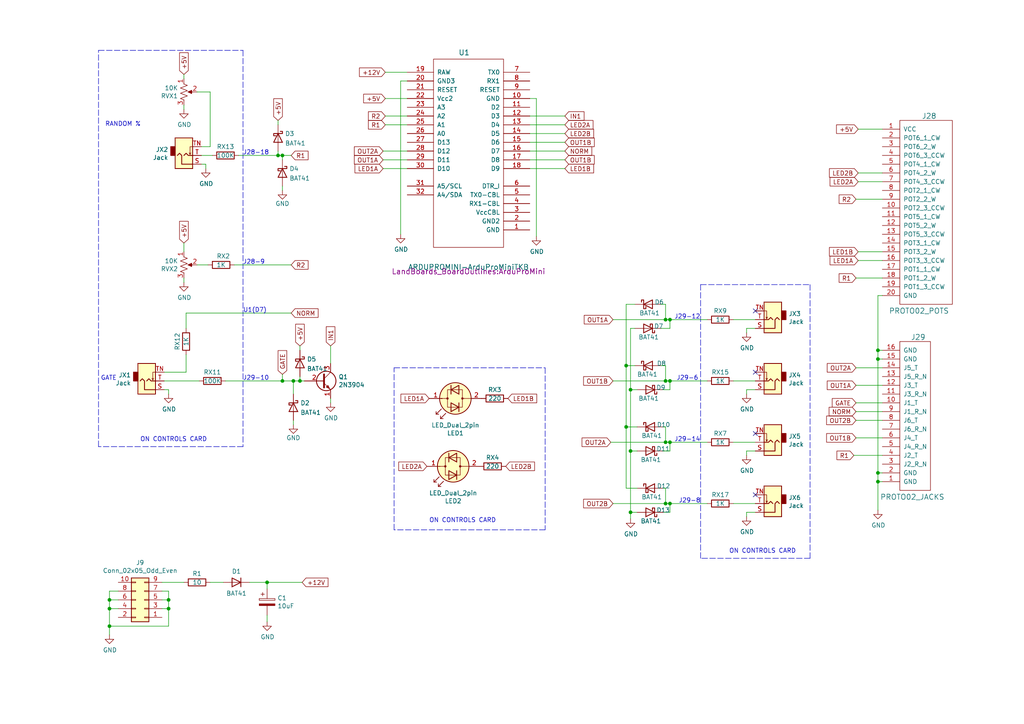
<source format=kicad_sch>
(kicad_sch (version 20211123) (generator eeschema)
  (paper "A4")
  (title_block (title "TWIGS") (date "2022-12-26") (rev "1"))
  (lib_symbols
    (symbol "Connector:AudioJack2_SwitchT"
      (property "Reference" "J" (at 0 8.89 0))
      (property "Value" "AudioJack2_SwitchT" (at 0 6.35 0))
      (symbol "AudioJack2_SwitchT_0_1"
        (rectangle (start -2.54 0) (end -3.81 -2.54) (stroke (width 0.254)) (fill (type outline)))
        (polyline (pts (xy 1.778 -0.254) (xy 2.032 -0.762)))
        (polyline (pts (xy 0 0) (xy 0.635 -0.635) (xy 1.27 0) (xy 2.54 0)) (stroke (width 0.254)))
        (polyline (pts (xy 2.54 -2.54) (xy 1.778 -2.54) (xy 1.778 -0.254) (xy 1.524 -0.762)))
        (polyline (pts (xy 2.54 2.54) (xy -0.635 2.54) (xy -0.635 0) (xy -1.27 -0.635) (xy -1.905 0)) (stroke (width 0.254)))
        (rectangle (start 2.54 3.81) (end -2.54 -5.08) (stroke (width 0.254)) (fill (type background)))
      )
      (symbol "AudioJack2_SwitchT_1_1"
        (pin passive line (at 5.08 2.54 180) (length 2.54) (name "~") (number "S"))
        (pin passive line (at 5.08 0 180) (length 2.54) (name "~") (number "T"))
        (pin passive line (at 5.08 -2.54 180) (length 2.54) (name "~") (number "TN"))
      )
    )
    (symbol "Connector_Generic:Conn_02x05_Odd_Even" (pin_names (offset 1.016) hide)
      (property "Reference" "J" (at 1.27 7.62 0))
      (property "Value" "Conn_02x05_Odd_Even" (at 1.27 -7.62 0))
      (symbol "Conn_02x05_Odd_Even_1_1"
        (rectangle (start -1.27 -4.953) (end 0 -5.207) (stroke (width 0.1524)))
        (rectangle (start -1.27 -2.413) (end 0 -2.667) (stroke (width 0.1524)))
        (rectangle (start -1.27 0.127) (end 0 -0.127) (stroke (width 0.1524)))
        (rectangle (start -1.27 2.667) (end 0 2.413) (stroke (width 0.1524)))
        (rectangle (start -1.27 5.207) (end 0 4.953) (stroke (width 0.1524)))
        (rectangle (start -1.27 6.35) (end 3.81 -6.35) (stroke (width 0.254)) (fill (type background)))
        (rectangle (start 3.81 -4.953) (end 2.54 -5.207) (stroke (width 0.1524)))
        (rectangle (start 3.81 -2.413) (end 2.54 -2.667) (stroke (width 0.1524)))
        (rectangle (start 3.81 0.127) (end 2.54 -0.127) (stroke (width 0.1524)))
        (rectangle (start 3.81 2.667) (end 2.54 2.413) (stroke (width 0.1524)))
        (rectangle (start 3.81 5.207) (end 2.54 4.953) (stroke (width 0.1524)))
        (pin passive line (at -5.08 5.08 0) (length 3.81) (name "Pin_1") (number "1"))
        (pin passive line (at 7.62 -5.08 180) (length 3.81) (name "Pin_10") (number "10"))
        (pin passive line (at 7.62 5.08 180) (length 3.81) (name "Pin_2") (number "2"))
        (pin passive line (at -5.08 2.54 0) (length 3.81) (name "Pin_3") (number "3"))
        (pin passive line (at 7.62 2.54 180) (length 3.81) (name "Pin_4") (number "4"))
        (pin passive line (at -5.08 0 0) (length 3.81) (name "Pin_5") (number "5"))
        (pin passive line (at 7.62 0 180) (length 3.81) (name "Pin_6") (number "6"))
        (pin passive line (at -5.08 -2.54 0) (length 3.81) (name "Pin_7") (number "7"))
        (pin passive line (at 7.62 -2.54 180) (length 3.81) (name "Pin_8") (number "8"))
        (pin passive line (at -5.08 -5.08 0) (length 3.81) (name "Pin_9") (number "9"))
      )
    )
    (symbol "Device:CP" (pin_numbers hide) (pin_names (offset 0.254))
      (property "Reference" "C" (at 0.635 2.54 0))
      (property "Value" "Device_CP" (at 0.635 -2.54 0))
      (symbol "CP_0_1"
        (rectangle (start -2.286 0.508) (end 2.286 1.016))
        (polyline (pts (xy -1.778 2.286) (xy -0.762 2.286)))
        (polyline (pts (xy -1.27 2.794) (xy -1.27 1.778)))
        (rectangle (start 2.286 -0.508) (end -2.286 -1.016) (fill (type outline)))
      )
      (symbol "CP_1_1"
        (pin passive line (at 0 3.81 270) (length 2.794) (name "~") (number "1"))
        (pin passive line (at 0 -3.81 90) (length 2.794) (name "~") (number "2"))
      )
    )
    (symbol "Device:D" (pin_numbers hide) (pin_names (offset 1.016) hide)
      (property "Reference" "D" (at 0 2.54 0))
      (property "Value" "D" (at 0 -2.54 0))
      (symbol "D_0_1"
        (polyline (pts (xy -1.27 1.27) (xy -1.27 -1.27)) (stroke (width 0.254)))
        (polyline (pts (xy 1.27 0) (xy -1.27 0)))
        (polyline (pts (xy 1.27 1.27) (xy 1.27 -1.27) (xy -1.27 0) (xy 1.27 1.27)) (stroke (width 0.254)))
      )
      (symbol "D_1_1"
        (pin passive line (at -3.81 0 0) (length 2.54) (name "K") (number "1"))
        (pin passive line (at 3.81 0 180) (length 2.54) (name "A") (number "2"))
      )
    )
    (symbol "Device:D_Schottky" (pin_numbers hide) (pin_names (offset 1.016) hide)
      (property "Reference" "D" (at 0 2.54 0))
      (property "Value" "D_Schottky" (at 0 -2.54 0))
      (symbol "D_Schottky_0_1"
        (polyline (pts (xy 1.27 0) (xy -1.27 0)))
        (polyline (pts (xy 1.27 1.27) (xy 1.27 -1.27) (xy -1.27 0) (xy 1.27 1.27)) (stroke (width 0.254)))
        (polyline (pts (xy -1.905 0.635) (xy -1.905 1.27) (xy -1.27 1.27) (xy -1.27 -1.27) (xy -0.635 -1.27) (xy -0.635 -0.635)) (stroke (width 0.254)))
      )
      (symbol "D_Schottky_1_1"
        (pin passive line (at -3.81 0 0) (length 2.54) (name "K") (number "1"))
        (pin passive line (at 3.81 0 180) (length 2.54) (name "A") (number "2"))
      )
    )
    (symbol "Device:LED_Dual_2pin" (pin_names (offset 0) hide)
      (property "Reference" "D" (at 0 5.715 0))
      (property "Value" "Device_LED_Dual_2pin" (at 0 -6.35 0))
      (symbol "LED_Dual_2pin_0_1"
        (circle (center -2.032 0) (radius 0.254) (fill (type outline)))
        (polyline (pts (xy -4.572 0) (xy -2.54 0)))
        (polyline (pts (xy -2.032 0) (xy -2.54 0)))
        (polyline (pts (xy -1.016 3.81) (xy -1.016 1.27)) (stroke (width 0.254)))
        (polyline (pts (xy 1.27 -1.27) (xy 1.27 -3.81)) (stroke (width 0.254)))
        (polyline (pts (xy 4.064 0) (xy 2.286 0)) (fill (type outline)))
        (polyline (pts (xy 4.318 5.842) (xy 4.318 5.08)) (stroke (width 0.2032)))
        (polyline (pts (xy 5.588 4.572) (xy 5.588 3.81)) (stroke (width 0.2032)))
        (polyline (pts (xy 2.794 4.318) (xy 4.318 5.842) (xy 3.556 5.842)) (stroke (width 0.2032)))
        (polyline (pts (xy 4.064 3.048) (xy 5.588 4.572) (xy 4.826 4.572)) (stroke (width 0.2032)))
        (polyline (pts (xy -1.016 -1.27) (xy -1.016 -3.81) (xy 1.27 -2.54) (xy -1.016 -1.27)) (stroke (width 0.254)))
        (polyline (pts (xy 1.27 3.81) (xy 1.27 1.27) (xy -1.016 2.54) (xy 1.27 3.81)) (stroke (width 0.254)))
        (polyline (pts (xy 2.286 2.54) (xy -2.032 2.54) (xy -2.032 -2.54) (xy 2.286 -2.54) (xy 2.286 2.54)))
        (circle (center 0 0) (radius 4.572) (stroke (width 0.254)) (fill (type background)))
        (circle (center 2.286 0) (radius 0.254) (fill (type outline)))
      )
      (symbol "LED_Dual_2pin_1_1"
        (pin input line (at 7.62 0 180) (length 3.81) (name "KA") (number "1"))
        (pin input line (at -7.62 0 0) (length 3.048) (name "AK") (number "2"))
      )
    )
    (symbol "Device:R" (pin_numbers hide) (pin_names (offset 0))
      (property "Reference" "R" (at 2.032 0 90))
      (property "Value" "R" (at 0 0 90))
      (symbol "R_0_1"
        (rectangle (start -1.016 -2.54) (end 1.016 2.54) (stroke (width 0.254)))
      )
      (symbol "R_1_1"
        (pin passive line (at 0 3.81 270) (length 1.27) (name "~") (number "1"))
        (pin passive line (at 0 -3.81 90) (length 1.27) (name "~") (number "2"))
      )
    )
    (symbol "Device:R_POT_US" (pin_names (offset 1.016) hide)
      (property "Reference" "RV" (at -4.445 0 90))
      (property "Value" "Device_R_POT_US" (at -2.54 0 90))
      (symbol "R_POT_US_0_1"
        (polyline (pts (xy 0 -2.286) (xy 0 -2.54)))
        (polyline (pts (xy 0 2.54) (xy 0 2.286)))
        (polyline (pts (xy 2.54 0) (xy 1.524 0)))
        (polyline (pts (xy 1.143 0) (xy 2.286 0.508) (xy 2.286 -0.508) (xy 1.143 0)) (fill (type outline)))
        (polyline (pts (xy 0 -0.762) (xy 1.016 -1.143) (xy 0 -1.524) (xy -1.016 -1.905) (xy 0 -2.286)))
        (polyline (pts (xy 0 0.762) (xy 1.016 0.381) (xy 0 0) (xy -1.016 -0.381) (xy 0 -0.762)))
        (polyline (pts (xy 0 2.286) (xy 1.016 1.905) (xy 0 1.524) (xy -1.016 1.143) (xy 0 0.762)))
      )
      (symbol "R_POT_US_1_1"
        (pin passive line (at 0 3.81 270) (length 1.27) (name "1") (number "1"))
        (pin passive line (at 3.81 0 180) (length 1.27) (name "2") (number "2"))
        (pin passive line (at 0 -3.81 90) (length 1.27) (name "3") (number "3"))
      )
    )
    (symbol "LandBoards_Cards:ARDUPROMINI-ArduProMiniTKB" (pin_names (offset 1.016))
      (property "Reference" "U3" (at 7.62 20.32 0))
      (property "Value" "ARDUPROMINI-ArduProMiniTKB" (at 0 -36.83 0))
      (property "Footprint" "LandBoards_BoardOutlines:ArduProMini" (at 0 -40.64 0))
      (symbol "ARDUPROMINI-ArduProMiniTKB_0_1"
        (polyline (pts (xy -10.16 -35.56) (xy -10.16 19.05) (xy 10.16 19.05) (xy 10.16 -35.56) (xy 0 -35.56) (xy -10.16 -35.56)))
      )
      (symbol "ARDUPROMINI-ArduProMiniTKB_1_1"
        (pin unspecified line (at -17.78 -30.48 0) (length 7.62) (name "GND") (number "1"))
        (pin unspecified line (at -17.78 7.62 0) (length 7.62) (name "GND") (number "10"))
        (pin bidirectional line (at -17.78 5.08 0) (length 7.62) (name "D2") (number "11"))
        (pin bidirectional line (at -17.78 2.54 0) (length 7.62) (name "D3") (number "12"))
        (pin bidirectional line (at -17.78 0 0) (length 7.62) (name "D4") (number "13"))
        (pin bidirectional line (at -17.78 -2.54 0) (length 7.62) (name "D5") (number "14"))
        (pin bidirectional line (at -17.78 -5.08 0) (length 7.62) (name "D6") (number "15"))
        (pin bidirectional line (at -17.78 -7.62 0) (length 7.62) (name "D7") (number "16"))
        (pin bidirectional line (at -17.78 -10.16 0) (length 7.62) (name "D8") (number "17"))
        (pin bidirectional line (at -17.78 -12.7 0) (length 7.62) (name "D9") (number "18"))
        (pin unspecified line (at 17.78 15.24 180) (length 7.62) (name "RAW") (number "19"))
        (pin unspecified line (at -17.78 -27.94 0) (length 7.62) (name "GND2") (number "2"))
        (pin unspecified line (at 17.78 12.7 180) (length 7.62) (name "GND3") (number "20"))
        (pin input line (at 17.78 10.16 180) (length 7.62) (name "RESET") (number "21"))
        (pin unspecified line (at 17.78 7.62 180) (length 7.62) (name "Vcc2") (number "22"))
        (pin bidirectional line (at 17.78 5.08 180) (length 7.62) (name "A3") (number "23"))
        (pin bidirectional line (at 17.78 2.54 180) (length 7.62) (name "A2") (number "24"))
        (pin bidirectional line (at 17.78 0 180) (length 7.62) (name "A1") (number "25"))
        (pin bidirectional line (at 17.78 -2.54 180) (length 7.62) (name "A0") (number "26"))
        (pin bidirectional line (at 17.78 -5.08 180) (length 7.62) (name "D13") (number "27"))
        (pin input line (at 17.78 -7.62 180) (length 7.62) (name "D12") (number "28"))
        (pin bidirectional line (at 17.78 -10.16 180) (length 7.62) (name "D11") (number "29"))
        (pin power_in line (at -17.78 -25.4 0) (length 7.62) (name "VccCBL") (number "3"))
        (pin bidirectional line (at 17.78 -12.7 180) (length 7.62) (name "D10") (number "30"))
        (pin bidirectional line (at 17.78 -17.78 180) (length 7.62) (name "A5/SCL") (number "31"))
        (pin bidirectional line (at 17.78 -20.32 180) (length 7.62) (name "A4/SDA") (number "32"))
        (pin unspecified line (at -17.78 -22.86 0) (length 7.62) (name "RX1-CBL") (number "4"))
        (pin unspecified line (at -17.78 -20.32 0) (length 7.62) (name "TX0-CBL") (number "5"))
        (pin unspecified line (at -17.78 -17.78 0) (length 7.62) (name "DTR_I") (number "6"))
        (pin bidirectional line (at -17.78 15.24 0) (length 7.62) (name "TX0") (number "7"))
        (pin bidirectional line (at -17.78 12.7 0) (length 7.62) (name "RX1") (number "8"))
        (pin input line (at -17.78 10.16 0) (length 7.62) (name "RESET") (number "9"))
      )
    )
    (symbol "LandBoards_Conns:PROTO02_JACKS" (pin_names (offset 1.016))
      (property "Reference" "J" (at 0 22.86 0))
      (property "Value" "PROTO02_JACKS" (at 0 -22.86 0))
      (symbol "PROTO02_JACKS_0_1"
        (rectangle (start -5.08 21.59) (end 3.81 -21.59))
      )
      (symbol "PROTO02_JACKS_1_1"
        (pin power_in line (at 8.89 -19.05 180) (length 5.08) (name "GND") (number "1"))
        (pin passive line (at 8.89 3.81 180) (length 5.08) (name "J1_T") (number "10"))
        (pin passive line (at 8.89 6.35 180) (length 5.08) (name "J3_R_N") (number "11"))
        (pin passive line (at 8.89 8.89 180) (length 5.08) (name "J3_T") (number "12"))
        (pin passive line (at 8.89 11.43 180) (length 5.08) (name "J5_R_N") (number "13"))
        (pin passive line (at 8.89 13.97 180) (length 5.08) (name "J5_T") (number "14"))
        (pin power_in line (at 8.89 16.51 180) (length 5.08) (name "GND") (number "15"))
        (pin power_in line (at 8.89 19.05 180) (length 5.08) (name "GND") (number "16"))
        (pin power_in line (at 8.89 -16.51 180) (length 5.08) (name "GND") (number "2"))
        (pin passive line (at 8.89 -13.97 180) (length 5.08) (name "J2_R_N") (number "3"))
        (pin passive line (at 8.89 -11.43 180) (length 5.08) (name "J2_T") (number "4"))
        (pin passive line (at 8.89 -8.89 180) (length 5.08) (name "J4_R_N") (number "5"))
        (pin passive line (at 8.89 -6.35 180) (length 5.08) (name "J4_T") (number "6"))
        (pin passive line (at 8.89 -3.81 180) (length 5.08) (name "J6_R_N") (number "7"))
        (pin passive line (at 8.89 -1.27 180) (length 5.08) (name "J6_T") (number "8"))
        (pin passive line (at 8.89 1.27 180) (length 5.08) (name "J1_R_N") (number "9"))
      )
    )
    (symbol "LandBoards_Conns:PROTO02_POTS" (pin_names (offset 1.016))
      (property "Reference" "J" (at -1.27 27.94 0))
      (property "Value" "PROTO02_POTS" (at 0 -27.94 0))
      (symbol "PROTO02_POTS_0_1"
        (rectangle (start -8.89 26.67) (end 6.35 -26.67))
      )
      (symbol "PROTO02_POTS_1_1"
        (pin power_in line (at 11.43 24.13 180) (length 5.08) (name "VCC") (number "1"))
        (pin passive line (at 11.43 1.27 180) (length 5.08) (name "POT2_3_CCW") (number "10"))
        (pin passive line (at 11.43 -1.27 180) (length 5.08) (name "POT5_1_CW") (number "11"))
        (pin passive line (at 11.43 -3.81 180) (length 5.08) (name "POT5_2_W") (number "12"))
        (pin passive line (at 11.43 -6.35 180) (length 5.08) (name "POT5_3_CCW") (number "13"))
        (pin passive line (at 11.43 -8.89 180) (length 5.08) (name "POT3_1_CW") (number "14"))
        (pin passive line (at 11.43 -11.43 180) (length 5.08) (name "POT3_2_W") (number "15"))
        (pin passive line (at 11.43 -13.97 180) (length 5.08) (name "POT3_3_CCW") (number "16"))
        (pin passive line (at 11.43 -16.51 180) (length 5.08) (name "POT1_1_CW") (number "17"))
        (pin passive line (at 11.43 -19.05 180) (length 5.08) (name "POT1_2_W") (number "18"))
        (pin passive line (at 11.43 -21.59 180) (length 5.08) (name "POT1_3_CCW") (number "19"))
        (pin passive line (at 11.43 21.59 180) (length 5.08) (name "POT6_1_CW") (number "2"))
        (pin power_in line (at 11.43 -24.13 180) (length 5.08) (name "GND") (number "20"))
        (pin passive line (at 11.43 19.05 180) (length 5.08) (name "POT6_2_W") (number "3"))
        (pin passive line (at 11.43 16.51 180) (length 5.08) (name "POT6_3_CCW") (number "4"))
        (pin passive line (at 11.43 13.97 180) (length 5.08) (name "POT4_1_CW") (number "5"))
        (pin passive line (at 11.43 11.43 180) (length 5.08) (name "POT4_2_W") (number "6"))
        (pin passive line (at 11.43 8.89 180) (length 5.08) (name "POT4_3_CCW") (number "7"))
        (pin passive line (at 11.43 6.35 180) (length 5.08) (name "POT2_1_CW") (number "8"))
        (pin passive line (at 11.43 3.81 180) (length 5.08) (name "POT2_2_W") (number "9"))
      )
    )
    (symbol "Transistor_BJT:2N3904" (pin_names (offset 0) hide)
      (property "Reference" "Q" (at 5.08 1.905 0))
      (property "Value" "2N3904" (at 5.08 0 0))
      (symbol "2N3904_0_1"
        (polyline (pts (xy 0.635 0.635) (xy 2.54 2.54)))
        (polyline (pts (xy 0.635 -0.635) (xy 2.54 -2.54) (xy 2.54 -2.54)))
        (polyline (pts (xy 0.635 1.905) (xy 0.635 -1.905) (xy 0.635 -1.905)) (stroke (width 0.508)))
        (polyline (pts (xy 1.27 -1.778) (xy 1.778 -1.27) (xy 2.286 -2.286) (xy 1.27 -1.778) (xy 1.27 -1.778)) (fill (type outline)))
        (circle (center 1.27 0) (radius 2.8194) (stroke (width 0.254)))
      )
      (symbol "2N3904_1_1"
        (pin passive line (at 2.54 -5.08 90) (length 2.54) (name "E") (number "1"))
        (pin passive line (at -5.08 0 0) (length 5.715) (name "B") (number "2"))
        (pin passive line (at 2.54 5.08 270) (length 2.54) (name "C") (number "3"))
      )
    )
    (symbol "power:GND" (power) (pin_names (offset 0))
      (property "Value" "GND" (at 0 -3.81 0))
      (symbol "GND_0_1"
        (polyline (pts (xy 0 0) (xy 0 -1.27) (xy 1.27 -1.27) (xy 0 -2.54) (xy -1.27 -1.27) (xy 0 -1.27)))
      )
      (symbol "GND_1_1"
        (pin power_in line (at 0 0 270) (length 0) hide (name "GND") (number "1"))
      )
    )
  )
  (junction (at 77.47 168.91))
  (junction (at 194.31 146.05))
  (junction (at 31.75 173.99))
  (junction (at 182.88 148.59))
  (junction (at 85.09 110.49))
  (junction (at 31.75 176.53))
  (junction (at 254.635 101.6))
  (junction (at 182.88 113.03))
  (junction (at 48.895 173.99))
  (junction (at 86.995 110.49))
  (junction (at 193.04 146.05))
  (junction (at 193.04 92.71))
  (junction (at 81.915 110.49))
  (junction (at 193.04 110.49))
  (junction (at 254.635 139.7))
  (junction (at 254.635 137.16))
  (junction (at 80.645 45.085))
  (junction (at 181.61 106.045))
  (junction (at 182.88 130.81))
  (junction (at 254.635 104.14))
  (junction (at 181.61 123.825))
  (junction (at 194.31 110.49))
  (junction (at 194.31 128.27))
  (junction (at 81.915 45.085))
  (junction (at 31.75 181.61))
  (junction (at 193.04 128.27))
  (junction (at 48.895 176.53))
  (junction (at 194.31 92.71))
  (no_connect (at 219.075 125.73))
  (no_connect (at 219.075 90.17))
  (no_connect (at 219.075 107.95))
  (no_connect (at 219.075 143.51))
  (wire (pts (xy 47.625 110.49) (xy 57.785 110.49)))
  (wire (pts (xy 248.285 116.84) (xy 255.905 116.84)))
  (wire (pts (xy 216.535 130.81) (xy 216.535 132.08)))
  (wire (pts (xy 57.15 76.835) (xy 60.325 76.835)))
  (wire (pts (xy 248.285 80.645) (xy 255.905 80.645)))
  (wire (pts (xy 177.165 128.27) (xy 193.04 128.27)))
  (wire (pts (xy 80.645 45.085) (xy 81.915 45.085)))
  (wire (pts (xy 181.61 106.045) (xy 181.61 123.825)))
  (polyline (pts (xy 70.485 129.54) (xy 28.575 129.54)))
  (wire (pts (xy 194.31 146.05) (xy 194.31 148.59)))
  (wire (pts (xy 248.285 119.38) (xy 255.905 119.38)))
  (wire (pts (xy 118.11 48.895) (xy 111.125 48.895)))
  (wire (pts (xy 193.04 146.05) (xy 193.04 141.605)))
  (polyline (pts (xy 114.3 106.68) (xy 114.3 107.315)))
  (wire (pts (xy 31.75 176.53) (xy 34.29 176.53)))
  (wire (pts (xy 182.88 130.81) (xy 182.88 148.59)))
  (wire (pts (xy 59.69 47.625) (xy 59.69 48.895)))
  (wire (pts (xy 53.34 31.75) (xy 53.34 30.48)))
  (wire (pts (xy 95.885 100.33) (xy 95.885 105.41)))
  (wire (pts (xy 182.88 113.03) (xy 182.88 130.81)))
  (wire (pts (xy 60.96 168.91) (xy 64.77 168.91)))
  (wire (pts (xy 193.04 92.71) (xy 193.04 88.265)))
  (wire (pts (xy 53.34 70.485) (xy 53.34 73.025)))
  (wire (pts (xy 86.995 100.33) (xy 86.995 101.6)))
  (wire (pts (xy 194.31 92.71) (xy 205.105 92.71)))
  (wire (pts (xy 77.47 168.91) (xy 87.63 168.91)))
  (wire (pts (xy 48.895 113.03) (xy 48.895 114.3)))
  (wire (pts (xy 118.11 43.815) (xy 111.125 43.815)))
  (wire (pts (xy 81.915 108.585) (xy 81.915 110.49)))
  (wire (pts (xy 212.725 92.71) (xy 219.075 92.71)))
  (wire (pts (xy 69.215 45.085) (xy 80.645 45.085)))
  (wire (pts (xy 31.75 173.99) (xy 34.29 173.99)))
  (wire (pts (xy 194.31 130.81) (xy 192.405 130.81)))
  (wire (pts (xy 181.61 123.825) (xy 181.61 141.605)))
  (wire (pts (xy 254.635 104.14) (xy 254.635 137.16)))
  (wire (pts (xy 194.31 128.27) (xy 205.105 128.27)))
  (wire (pts (xy 86.995 110.49) (xy 88.265 110.49)))
  (wire (pts (xy 182.88 113.03) (xy 184.785 113.03)))
  (wire (pts (xy 31.75 184.15) (xy 31.75 181.61)))
  (wire (pts (xy 53.34 168.91) (xy 46.99 168.91)))
  (wire (pts (xy 212.725 146.05) (xy 219.075 146.05)))
  (wire (pts (xy 193.04 88.265) (xy 191.77 88.265)))
  (wire (pts (xy 219.075 148.59) (xy 216.535 148.59)))
  (wire (pts (xy 163.83 46.355) (xy 153.67 46.355)))
  (wire (pts (xy 248.285 121.92) (xy 255.905 121.92)))
  (wire (pts (xy 193.04 146.05) (xy 194.31 146.05)))
  (wire (pts (xy 155.575 28.575) (xy 155.575 68.58)))
  (wire (pts (xy 193.04 110.49) (xy 193.04 106.045)))
  (wire (pts (xy 53.975 107.95) (xy 53.975 102.87)))
  (wire (pts (xy 248.92 37.465) (xy 255.905 37.465)))
  (wire (pts (xy 193.04 92.71) (xy 194.31 92.71)))
  (wire (pts (xy 254.635 101.6) (xy 255.905 101.6)))
  (wire (pts (xy 77.47 180.34) (xy 77.47 178.435)))
  (wire (pts (xy 194.31 148.59) (xy 192.405 148.59)))
  (wire (pts (xy 247.65 132.08) (xy 255.905 132.08)))
  (wire (pts (xy 95.885 115.57) (xy 95.885 116.84)))
  (wire (pts (xy 48.895 181.61) (xy 48.895 176.53)))
  (wire (pts (xy 219.075 130.81) (xy 216.535 130.81)))
  (wire (pts (xy 46.99 171.45) (xy 48.895 171.45)))
  (wire (pts (xy 212.725 128.27) (xy 219.075 128.27)))
  (wire (pts (xy 111.76 20.955) (xy 118.11 20.955)))
  (wire (pts (xy 57.15 26.67) (xy 60.96 26.67)))
  (wire (pts (xy 194.31 92.71) (xy 194.31 95.25)))
  (wire (pts (xy 216.535 95.25) (xy 216.535 96.52)))
  (wire (pts (xy 48.895 171.45) (xy 48.895 173.99)))
  (wire (pts (xy 254.635 104.14) (xy 255.905 104.14)))
  (wire (pts (xy 255.905 85.725) (xy 254.635 85.725)))
  (wire (pts (xy 163.83 43.815) (xy 153.67 43.815)))
  (wire (pts (xy 48.895 176.53) (xy 46.99 176.53)))
  (wire (pts (xy 81.915 45.085) (xy 81.915 46.355)))
  (wire (pts (xy 118.11 23.495) (xy 116.205 23.495)))
  (wire (pts (xy 182.88 148.59) (xy 184.785 148.59)))
  (polyline (pts (xy 158.115 106.68) (xy 158.115 153.67)))
  (wire (pts (xy 85.09 110.49) (xy 86.995 110.49)))
  (wire (pts (xy 193.04 128.27) (xy 193.04 123.825)))
  (wire (pts (xy 254.635 139.7) (xy 254.635 147.955)))
  (wire (pts (xy 219.075 113.03) (xy 216.535 113.03)))
  (wire (pts (xy 254.635 137.16) (xy 255.905 137.16)))
  (wire (pts (xy 181.61 141.605) (xy 184.785 141.605)))
  (wire (pts (xy 254.635 139.7) (xy 255.905 139.7)))
  (wire (pts (xy 194.31 113.03) (xy 192.405 113.03)))
  (wire (pts (xy 182.88 95.25) (xy 184.15 95.25)))
  (wire (pts (xy 48.895 173.99) (xy 48.895 176.53)))
  (polyline (pts (xy 114.3 153.67) (xy 114.3 107.315)))
  (wire (pts (xy 53.34 81.915) (xy 53.34 80.645)))
  (wire (pts (xy 163.83 38.735) (xy 153.67 38.735)))
  (wire (pts (xy 85.09 110.49) (xy 85.09 114.3)))
  (wire (pts (xy 177.8 110.49) (xy 193.04 110.49)))
  (wire (pts (xy 181.61 123.825) (xy 184.785 123.825)))
  (wire (pts (xy 31.75 181.61) (xy 48.895 181.61)))
  (wire (pts (xy 181.61 88.265) (xy 181.61 106.045)))
  (polyline (pts (xy 114.3 106.68) (xy 158.115 106.68)))
  (wire (pts (xy 194.31 110.49) (xy 205.105 110.49)))
  (wire (pts (xy 194.31 146.05) (xy 205.105 146.05)))
  (wire (pts (xy 31.75 171.45) (xy 34.29 171.45)))
  (wire (pts (xy 212.725 110.49) (xy 219.075 110.49)))
  (wire (pts (xy 86.995 109.22) (xy 86.995 110.49)))
  (wire (pts (xy 58.42 47.625) (xy 59.69 47.625)))
  (wire (pts (xy 248.92 50.165) (xy 255.905 50.165)))
  (wire (pts (xy 248.285 106.68) (xy 255.905 106.68)))
  (wire (pts (xy 53.34 21.59) (xy 53.34 22.86)))
  (wire (pts (xy 81.915 55.245) (xy 81.915 53.975)))
  (wire (pts (xy 182.88 130.81) (xy 184.785 130.81)))
  (wire (pts (xy 81.915 45.085) (xy 84.455 45.085)))
  (wire (pts (xy 254.635 101.6) (xy 254.635 104.14)))
  (wire (pts (xy 193.04 110.49) (xy 194.31 110.49)))
  (wire (pts (xy 163.83 36.195) (xy 153.67 36.195)))
  (wire (pts (xy 80.645 43.815) (xy 80.645 45.085)))
  (polyline (pts (xy 70.485 14.605) (xy 70.485 129.54)))
  (wire (pts (xy 31.75 176.53) (xy 31.75 173.99)))
  (wire (pts (xy 46.99 173.99) (xy 48.895 173.99)))
  (wire (pts (xy 248.92 73.025) (xy 255.905 73.025)))
  (wire (pts (xy 193.04 141.605) (xy 192.405 141.605)))
  (polyline (pts (xy 158.115 153.67) (xy 114.3 153.67)))
  (polyline (pts (xy 234.95 161.925) (xy 203.2 161.925)))
  (wire (pts (xy 254.635 137.16) (xy 254.635 139.7)))
  (polyline (pts (xy 203.2 161.925) (xy 203.2 82.55)))
  (wire (pts (xy 181.61 106.045) (xy 184.15 106.045)))
  (wire (pts (xy 193.04 128.27) (xy 194.31 128.27)))
  (wire (pts (xy 163.83 41.275) (xy 153.67 41.275)))
  (wire (pts (xy 194.31 95.25) (xy 191.77 95.25)))
  (polyline (pts (xy 28.575 14.605) (xy 70.485 14.605)))
  (wire (pts (xy 111.76 36.195) (xy 118.11 36.195)))
  (wire (pts (xy 248.92 75.565) (xy 255.905 75.565)))
  (wire (pts (xy 216.535 148.59) (xy 216.535 149.86)))
  (polyline (pts (xy 28.575 129.54) (xy 28.575 14.605)))
  (wire (pts (xy 85.09 123.19) (xy 85.09 121.92)))
  (wire (pts (xy 81.915 110.49) (xy 85.09 110.49)))
  (wire (pts (xy 118.11 46.355) (xy 111.125 46.355)))
  (wire (pts (xy 177.8 92.71) (xy 193.04 92.71)))
  (wire (pts (xy 31.75 181.61) (xy 31.75 176.53)))
  (wire (pts (xy 80.645 34.925) (xy 80.645 36.195)))
  (wire (pts (xy 163.83 48.895) (xy 153.67 48.895)))
  (wire (pts (xy 58.42 45.085) (xy 61.595 45.085)))
  (wire (pts (xy 47.625 113.03) (xy 48.895 113.03)))
  (wire (pts (xy 116.205 23.495) (xy 116.205 67.945)))
  (wire (pts (xy 53.975 90.805) (xy 84.455 90.805)))
  (wire (pts (xy 53.975 90.805) (xy 53.975 95.25)))
  (wire (pts (xy 193.04 106.045) (xy 191.77 106.045)))
  (wire (pts (xy 72.39 168.91) (xy 77.47 168.91)))
  (wire (pts (xy 163.83 33.655) (xy 153.67 33.655)))
  (wire (pts (xy 47.625 107.95) (xy 53.975 107.95)))
  (wire (pts (xy 216.535 113.03) (xy 216.535 114.3)))
  (wire (pts (xy 194.31 110.49) (xy 194.31 113.03)))
  (wire (pts (xy 111.76 33.655) (xy 118.11 33.655)))
  (wire (pts (xy 194.31 128.27) (xy 194.31 130.81)))
  (polyline (pts (xy 203.2 82.55) (xy 234.95 82.55)))
  (wire (pts (xy 181.61 88.265) (xy 184.15 88.265)))
  (wire (pts (xy 248.92 52.705) (xy 255.905 52.705)))
  (wire (pts (xy 177.8 146.05) (xy 193.04 146.05)))
  (wire (pts (xy 60.96 42.545) (xy 58.42 42.545)))
  (wire (pts (xy 248.285 57.785) (xy 255.905 57.785)))
  (wire (pts (xy 31.75 173.99) (xy 31.75 171.45)))
  (wire (pts (xy 67.945 76.835) (xy 84.455 76.835)))
  (wire (pts (xy 248.285 111.76) (xy 255.905 111.76)))
  (wire (pts (xy 182.88 148.59) (xy 182.88 150.495)))
  (polyline (pts (xy 234.95 82.55) (xy 234.95 161.925)))
  (wire (pts (xy 182.88 95.25) (xy 182.88 113.03)))
  (wire (pts (xy 65.405 110.49) (xy 81.915 110.49)))
  (wire (pts (xy 248.285 127) (xy 255.905 127)))
  (wire (pts (xy 60.96 26.67) (xy 60.96 42.545)))
  (wire (pts (xy 77.47 170.815) (xy 77.47 168.91)))
  (wire (pts (xy 153.67 28.575) (xy 155.575 28.575)))
  (wire (pts (xy 219.075 95.25) (xy 216.535 95.25)))
  (wire (pts (xy 254.635 85.725) (xy 254.635 101.6)))
  (wire (pts (xy 111.76 28.575) (xy 118.11 28.575)))
  (wire (pts (xy 193.04 123.825) (xy 192.405 123.825)))
  (text "ON CONTROLS CARD" (at 124.46 151.765 0) (effects (font (size 1.27 1.27)) (justify left bottom)))
  (text "ON CONTROLS CARD" (at 40.64 128.27 0) (effects (font (size 1.27 1.27)) (justify left bottom)))
  (text "J29-6" (at 196.215 110.49 0) (effects (font (size 1.27 1.27)) (justify left bottom)))
  (text "J29-12" (at 195.58 92.71 0) (effects (font (size 1.27 1.27)) (justify left bottom)))
  (text "RANDOM %" (at 30.48 36.83 0) (effects (font (size 1.27 1.27)) (justify left bottom)))
  (text "J28-18" (at 70.485 45.085 0) (effects (font (size 1.27 1.27)) (justify left bottom)))
  (text "J29-14" (at 195.58 128.27 0) (effects (font (size 1.27 1.27)) (justify left bottom)))
  (text "ON CONTROLS CARD" (at 211.455 160.655 0) (effects (font (size 1.27 1.27)) (justify left bottom)))
  (text "J28-9" (at 70.485 76.835 0) (effects (font (size 1.27 1.27)) (justify left bottom)))
  (text "GATE" (at 29.21 110.49 0) (effects (font (size 1.27 1.27)) (justify left bottom)))
  (text "J29-10" (at 70.485 110.49 0) (effects (font (size 1.27 1.27)) (justify left bottom)))
  (text "U1(D7)" (at 70.485 90.805 0) (effects (font (size 1.27 1.27)) (justify left bottom)))
  (text "J29-8" (at 196.85 146.05 0) (effects (font (size 1.27 1.27)) (justify left bottom)))
  (global_label "OUT1B" (shape input) (at 163.83 41.275 0) (property "Intersheet References" "${INTERSHEET_REFS}" (effects hide)))
  (global_label "+12V" (shape input) (at 111.76 20.955 180) (property "Intersheet References" "${INTERSHEET_REFS}" (effects hide)))
  (global_label "LED1A" (shape input) (at 248.92 75.565 180) (property "Intersheet References" "${INTERSHEET_REFS}" (effects hide)))
  (global_label "+5V" (shape input) (at 53.34 21.59 90) (property "Intersheet References" "${INTERSHEET_REFS}" (effects hide)))
  (global_label "OUT2A" (shape input) (at 177.165 128.27 180) (property "Intersheet References" "${INTERSHEET_REFS}" (effects hide)))
  (global_label "OUT1B" (shape input) (at 177.8 110.49 180) (property "Intersheet References" "${INTERSHEET_REFS}" (effects hide)))
  (global_label "R1" (shape input) (at 248.285 80.645 180) (property "Intersheet References" "${INTERSHEET_REFS}" (effects hide)))
  (global_label "R2" (shape input) (at 248.285 57.785 180) (property "Intersheet References" "${INTERSHEET_REFS}" (effects hide)))
  (global_label "LED2B" (shape input) (at 248.92 50.165 180) (property "Intersheet References" "${INTERSHEET_REFS}" (effects hide)))
  (global_label "GATE" (shape input) (at 81.915 108.585 90) (property "Intersheet References" "${INTERSHEET_REFS}" (effects hide)))
  (global_label "LED2B" (shape input) (at 146.685 135.255 0) (property "Intersheet References" "${INTERSHEET_REFS}" (effects hide)))
  (global_label "OUT1B" (shape input) (at 248.285 127 180) (property "Intersheet References" "${INTERSHEET_REFS}" (effects hide)))
  (global_label "R1" (shape input) (at 247.65 132.08 180) (property "Intersheet References" "${INTERSHEET_REFS}" (effects hide)))
  (global_label "LED2B" (shape input) (at 163.83 38.735 0) (property "Intersheet References" "${INTERSHEET_REFS}" (effects hide)))
  (global_label "OUT2B" (shape input) (at 248.285 121.92 180) (property "Intersheet References" "${INTERSHEET_REFS}" (effects hide)))
  (global_label "R1" (shape input) (at 84.455 45.085 0) (property "Intersheet References" "${INTERSHEET_REFS}" (effects hide)))
  (global_label "OUT2A" (shape input) (at 248.285 106.68 180) (property "Intersheet References" "${INTERSHEET_REFS}" (effects hide)))
  (global_label "+12V" (shape input) (at 87.63 168.91 0) (property "Intersheet References" "${INTERSHEET_REFS}" (effects hide)))
  (global_label "OUT2B" (shape input) (at 177.8 146.05 180) (property "Intersheet References" "${INTERSHEET_REFS}" (effects hide)))
  (global_label "NORM" (shape input) (at 84.455 90.805 0) (property "Intersheet References" "${INTERSHEET_REFS}" (effects hide)))
  (global_label "GATE" (shape input) (at 248.285 116.84 180) (property "Intersheet References" "${INTERSHEET_REFS}" (effects hide)))
  (global_label "+5V" (shape input) (at 80.645 34.925 90) (property "Intersheet References" "${INTERSHEET_REFS}" (effects hide)))
  (global_label "+5V" (shape input) (at 111.76 28.575 180) (property "Intersheet References" "${INTERSHEET_REFS}" (effects hide)))
  (global_label "R2" (shape input) (at 111.76 33.655 180) (property "Intersheet References" "${INTERSHEET_REFS}" (effects hide)))
  (global_label "OUT2A" (shape input) (at 111.125 43.815 180) (property "Intersheet References" "${INTERSHEET_REFS}" (effects hide)))
  (global_label "OUT1A" (shape input) (at 111.125 46.355 180) (property "Intersheet References" "${INTERSHEET_REFS}" (effects hide)))
  (global_label "IN1" (shape input) (at 95.885 100.33 90) (property "Intersheet References" "${INTERSHEET_REFS}" (effects hide)))
  (global_label "+5V" (shape input) (at 248.92 37.465 180) (property "Intersheet References" "${INTERSHEET_REFS}" (effects hide)))
  (global_label "NORM" (shape input) (at 248.285 119.38 180) (property "Intersheet References" "${INTERSHEET_REFS}" (effects hide)))
  (global_label "LED1A" (shape input) (at 111.125 48.895 180) (property "Intersheet References" "${INTERSHEET_REFS}" (effects hide)))
  (global_label "OUT1A" (shape input) (at 177.8 92.71 180) (property "Intersheet References" "${INTERSHEET_REFS}" (effects hide)))
  (global_label "LED1A" (shape input) (at 124.46 115.57 180) (property "Intersheet References" "${INTERSHEET_REFS}" (effects hide)))
  (global_label "LED2A" (shape input) (at 123.825 135.255 180) (property "Intersheet References" "${INTERSHEET_REFS}" (effects hide)))
  (global_label "IN1" (shape input) (at 163.83 33.655 0) (property "Intersheet References" "${INTERSHEET_REFS}" (effects hide)))
  (global_label "R2" (shape input) (at 84.455 76.835 0) (property "Intersheet References" "${INTERSHEET_REFS}" (effects hide)))
  (global_label "NORM" (shape input) (at 163.83 43.815 0) (property "Intersheet References" "${INTERSHEET_REFS}" (effects hide)))
  (global_label "+5V" (shape input) (at 53.34 70.485 90) (property "Intersheet References" "${INTERSHEET_REFS}" (effects hide)))
  (global_label "OUT1B" (shape input) (at 163.83 46.355 0) (property "Intersheet References" "${INTERSHEET_REFS}" (effects hide)))
  (global_label "LED2A" (shape input) (at 248.92 52.705 180) (property "Intersheet References" "${INTERSHEET_REFS}" (effects hide)))
  (global_label "LED1B" (shape input) (at 163.83 48.895 0) (property "Intersheet References" "${INTERSHEET_REFS}" (effects hide)))
  (global_label "R1" (shape input) (at 111.76 36.195 180) (property "Intersheet References" "${INTERSHEET_REFS}" (effects hide)))
  (global_label "LED2A" (shape input) (at 163.83 36.195 0) (property "Intersheet References" "${INTERSHEET_REFS}" (effects hide)))
  (global_label "+5V" (shape input) (at 86.995 100.33 90) (property "Intersheet References" "${INTERSHEET_REFS}" (effects hide)))
  (global_label "LED1B" (shape input) (at 147.32 115.57 0) (property "Intersheet References" "${INTERSHEET_REFS}" (effects hide)))
  (global_label "OUT1A" (shape input) (at 248.285 111.76 180) (property "Intersheet References" "${INTERSHEET_REFS}" (effects hide)))
  (global_label "LED1B" (shape input) (at 248.92 73.025 180) (property "Intersheet References" "${INTERSHEET_REFS}" (effects hide)))
  (symbol (lib_id "Device:R_POT_US") (at 53.34 26.67 0) (unit 1)
    (property "Reference" "RVX1" (at 51.6382 27.8384 0) (effects (justify right)))
    (property "Value" "10K" (at 51.6382 25.527 0) (effects (justify right)))
    (property "Footprint" "PJ302M:ModdedPotentiometer" (effects hide))
  )
  (symbol (lib_id "Connector:AudioJack2_SwitchT") (at 53.34 45.085 0) (mirror x) (unit 1)
    (property "Reference" "JX2" (at 48.7934 43.3832 0) (effects (justify right)))
    (property "Value" "Jack" (at 48.7934 45.6946 0) (effects (justify right)))
    (property "Footprint" "PJ302M:ModdedThonkiconn" (effects hide))
  )
  (symbol (lib_id "power:GND") (at 59.69 48.895 0) (unit 1)
    (property "Reference" "#PWR0102" (effects hide))
    (property "Value" "GND" (at 59.817 53.2892 0))
  )
  (symbol (lib_id "Device:R") (at 65.405 45.085 270) (unit 1)
    (property "Reference" "RX13" (at 65.405 42.545 90))
    (property "Value" "100K" (at 65.405 45.085 90))
    (property "Footprint" "Resistor_THT:R_Axial_DIN0207_L6.3mm_D2.5mm_P7.62mm_Horizontal" (effects hide))
  )
  (symbol (lib_id "Connector:AudioJack2_SwitchT") (at 42.545 110.49 0) (mirror x) (unit 1)
    (property "Reference" "JX1" (at 37.9984 108.7882 0) (effects (justify right)))
    (property "Value" "Jack" (at 37.9984 111.0996 0) (effects (justify right)))
    (property "Footprint" "PJ302M:ModdedThonkiconn" (effects hide))
  )
  (symbol (lib_id "power:GND") (at 48.895 114.3 0) (unit 1)
    (property "Reference" "#PWR0107" (effects hide))
    (property "Value" "GND" (at 49.022 118.6942 0))
  )
  (symbol (lib_id "Device:R") (at 61.595 110.49 270) (unit 1)
    (property "Reference" "RX11" (at 61.595 107.95 90))
    (property "Value" "100K" (at 61.595 110.49 90))
    (property "Footprint" "Resistor_THT:R_Axial_DIN0207_L6.3mm_D2.5mm_P7.62mm_Horizontal" (effects hide))
  )
  (symbol (lib_id "Transistor_BJT:2N3904") (at 93.345 110.49 0) (unit 1)
    (property "Reference" "Q1" (at 98.171 109.3216 0) (effects (justify left)))
    (property "Value" "2N3904" (at 98.171 111.633 0) (effects (justify left)))
    (property "Footprint" "Package_TO_SOT_THT:TO-92L_Inline_Wide" (effects hide))
    (property "Datasheet" "https://www.fairchildsemi.com/datasheets/2N/2N3904.pdf" (effects hide))
  )
  (symbol (lib_id "power:GND") (at 95.885 116.84 0) (unit 1)
    (property "Reference" "#PWR0108" (effects hide))
    (property "Value" "GND" (at 96.012 121.2342 0))
  )
  (symbol (lib_id "Connector_Generic:Conn_02x05_Odd_Even") (at 41.91 173.99 180) (unit 1)
    (property "Reference" "J9" (at 40.64 163.195 0))
    (property "Value" "Conn_02x05_Odd_Even" (at 40.64 165.5064 0))
    (property "Footprint" "Connector_IDC:IDC-Header_2x05_P2.54mm_Vertical" (effects hide))
  )
  (symbol (lib_id "Connector:AudioJack2_SwitchT") (at 224.155 92.71 180) (unit 1)
    (property "Reference" "JX3" (at 228.7016 91.0082 0) (effects (justify right)))
    (property "Value" "Jack" (at 228.7016 93.3196 0) (effects (justify right)))
    (property "Footprint" "PJ302M:ModdedThonkiconn" (effects hide))
  )
  (symbol (lib_id "Device:R") (at 208.915 92.71 270) (unit 1)
    (property "Reference" "RX9" (at 208.915 90.17 90))
    (property "Value" "1K" (at 208.915 92.71 90))
    (property "Footprint" "Resistor_THT:R_Axial_DIN0207_L6.3mm_D2.5mm_P7.62mm_Horizontal" (effects hide))
  )
  (symbol (lib_id "power:GND") (at 216.535 96.52 0) (unit 1)
    (property "Reference" "#PWR0117" (effects hide))
    (property "Value" "GND" (at 216.662 100.9142 0))
  )
  (symbol (lib_id "Connector:AudioJack2_SwitchT") (at 224.155 110.49 180) (unit 1)
    (property "Reference" "JX4" (at 228.7016 108.7882 0) (effects (justify right)))
    (property "Value" "Jack" (at 228.7016 111.0996 0) (effects (justify right)))
    (property "Footprint" "PJ302M:ModdedThonkiconn" (effects hide))
  )
  (symbol (lib_id "Device:R") (at 208.915 110.49 270) (unit 1)
    (property "Reference" "RX15" (at 208.915 107.95 90))
    (property "Value" "1K" (at 208.915 110.49 90))
    (property "Footprint" "Resistor_THT:R_Axial_DIN0207_L6.3mm_D2.5mm_P7.62mm_Horizontal" (effects hide))
  )
  (symbol (lib_id "power:GND") (at 216.535 114.3 0) (unit 1)
    (property "Reference" "#PWR0118" (effects hide))
    (property "Value" "GND" (at 216.662 118.6942 0))
  )
  (symbol (lib_id "Device:CP") (at 77.47 174.625 0) (unit 1)
    (property "Reference" "C1" (at 80.4672 173.4566 0) (effects (justify left)))
    (property "Value" "10uF" (at 80.4672 175.768 0) (effects (justify left)))
    (property "Footprint" "Capacitor_THT:CP_Radial_D6.3mm_P2.50mm" (effects hide))
  )
  (symbol (lib_id "Device:LED_Dual_2pin") (at 132.08 115.57 180) (unit 1)
    (property "Reference" "LED1" (at 132.08 125.6284 0))
    (property "Value" "LED_Dual_2pin" (at 132.08 123.317 0))
    (property "Footprint" "LED_THT:LED_D3.0mm" (effects hide))
  )
  (symbol (lib_id "Device:R") (at 143.51 115.57 270) (unit 1)
    (property "Reference" "RX3" (at 143.51 113.03 90))
    (property "Value" "220" (at 143.51 115.57 90))
    (property "Footprint" "Resistor_THT:R_Axial_DIN0207_L6.3mm_D2.5mm_P7.62mm_Horizontal" (effects hide))
  )
  (symbol (lib_id "Device:D") (at 68.58 168.91 180) (unit 1)
    (property "Reference" "D1" (at 68.58 165.735 0))
    (property "Value" "BAT41" (at 68.58 172.1104 0))
    (property "Footprint" "Diode_THT:D_DO-41_SOD81_P7.62mm_Horizontal" (effects hide))
  )
  (symbol (lib_id "Device:R") (at 53.975 99.06 0) (unit 1)
    (property "Reference" "RX12" (at 51.435 99.06 90))
    (property "Value" "1K" (at 53.975 99.06 90))
    (property "Footprint" "Resistor_THT:R_Axial_DIN0207_L6.3mm_D2.5mm_P7.62mm_Horizontal" (effects hide))
  )
  (symbol (lib_id "power:GND") (at 31.75 184.15 0) (unit 1)
    (property "Reference" "#PWR01" (effects hide))
    (property "Value" "GND" (at 31.877 188.5442 0))
  )
  (symbol (lib_id "Device:LED_Dual_2pin") (at 131.445 135.255 180) (unit 1)
    (property "Reference" "LED2" (at 131.445 145.3134 0))
    (property "Value" "LED_Dual_2pin" (at 131.445 143.002 0))
    (property "Footprint" "LED_THT:LED_D3.0mm" (effects hide))
  )
  (symbol (lib_id "power:GND") (at 85.09 123.19 0) (unit 1)
    (property "Reference" "#PWR05" (effects hide))
    (property "Value" "GND" (at 85.09 127 0))
  )
  (symbol (lib_id "power:GND") (at 81.915 55.245 0) (unit 1)
    (property "Reference" "#PWR06" (effects hide))
    (property "Value" "GND" (at 81.915 59.055 0))
  )
  (symbol (lib_id "Device:D_Schottky") (at 188.595 113.03 180) (unit 1)
    (property "Reference" "D9" (at 193.04 112.395 0) (effects (justify left)))
    (property "Value" "BAT41" (at 191.135 115.57 0) (effects (justify left)))
    (property "Footprint" "Diode_THT:D_DO-35_SOD27_P2.54mm_Vertical_KathodeUp" (effects hide))
  )
  (symbol (lib_id "Connector:AudioJack2_SwitchT") (at 224.155 128.27 180) (unit 1)
    (property "Reference" "JX5" (at 228.7016 126.5682 0) (effects (justify right)))
    (property "Value" "Jack" (at 228.7016 128.8796 0) (effects (justify right)))
    (property "Footprint" "PJ302M:ModdedThonkiconn" (effects hide))
  )
  (symbol (lib_id "Device:D_Schottky") (at 188.595 123.825 0) (unit 1)
    (property "Reference" "D10" (at 190.5 123.19 0) (effects (justify left)))
    (property "Value" "BAT41" (at 186.055 126.365 0) (effects (justify left)))
    (property "Footprint" "Diode_THT:D_DO-35_SOD27_P2.54mm_Vertical_KathodeUp" (effects hide))
  )
  (symbol (lib_id "Device:D_Schottky") (at 86.995 105.41 270) (unit 1)
    (property "Reference" "D5" (at 89.027 104.184 90) (effects (justify left)))
    (property "Value" "BAT41" (at 89.027 106.9591 90) (effects (justify left)))
    (property "Footprint" "Diode_THT:D_DO-35_SOD27_P2.54mm_Vertical_KathodeUp" (effects hide))
  )
  (symbol (lib_id "LandBoards_Cards:ARDUPROMINI-ArduProMiniTKB") (at 135.89 36.195 0) (mirror y) (unit 1)
    (property "Reference" "U1" (at 134.62 15.24 0) (effects (font (size 1.524 1.524))))
    (property "Value" "ARDUPROMINI-ArduProMiniTKB" (at 135.89 77.47 0) (effects (font (size 1.524 1.524))))
    (property "Footprint" "LandBoards_BoardOutlines:ArduProMini" (at 135.89 78.74 0) (effects (font (size 1.524 1.524))))
  )
  (symbol (lib_id "Device:D_Schottky") (at 187.96 106.045 0) (unit 1)
    (property "Reference" "D8" (at 190.5 105.41 0) (effects (justify left)))
    (property "Value" "BAT41" (at 184.785 108.585 0) (effects (justify left)))
    (property "Footprint" "Diode_THT:D_DO-35_SOD27_P2.54mm_Vertical_KathodeUp" (effects hide))
  )
  (symbol (lib_id "power:GND") (at 53.34 31.75 0) (unit 1)
    (property "Reference" "#PWR02" (effects hide))
    (property "Value" "GND" (at 53.467 36.1442 0))
  )
  (symbol (lib_id "power:GND") (at 53.34 81.915 0) (unit 1)
    (property "Reference" "#PWR03" (effects hide))
    (property "Value" "GND" (at 53.467 86.3092 0))
  )
  (symbol (lib_id "Device:R") (at 64.135 76.835 270) (unit 1)
    (property "Reference" "RX2" (at 64.77 74.295 90))
    (property "Value" "1K" (at 64.135 76.835 90))
    (property "Footprint" "Resistor_THT:R_Axial_DIN0207_L6.3mm_D2.5mm_P7.62mm_Horizontal" (effects hide))
  )
  (symbol (lib_id "Device:R") (at 57.15 168.91 270) (unit 1)
    (property "Reference" "R1" (at 57.15 166.37 90))
    (property "Value" "10" (at 57.15 168.91 90))
    (property "Footprint" "Resistor_THT:R_Axial_DIN0207_L6.3mm_D2.5mm_P7.62mm_Horizontal" (effects hide))
  )
  (symbol (lib_id "power:GND") (at 77.47 180.34 0) (unit 1)
    (property "Reference" "#PWR04" (effects hide))
    (property "Value" "GND" (at 77.597 184.7342 0))
  )
  (symbol (lib_id "Device:D_Schottky") (at 188.595 148.59 180) (unit 1)
    (property "Reference" "D13" (at 194.31 147.955 0) (effects (justify left)))
    (property "Value" "BAT41" (at 191.77 151.13 0) (effects (justify left)))
    (property "Footprint" "Diode_THT:D_DO-35_SOD27_P2.54mm_Vertical_KathodeUp" (effects hide))
  )
  (symbol (lib_id "Device:D_Schottky") (at 85.09 118.11 270) (unit 1)
    (property "Reference" "D2" (at 87.122 116.884 90) (effects (justify left)))
    (property "Value" "BAT41" (at 87.122 119.6591 90) (effects (justify left)))
    (property "Footprint" "Diode_THT:D_DO-35_SOD27_P2.54mm_Vertical_KathodeUp" (effects hide))
  )
  (symbol (lib_id "power:GND") (at 182.88 150.495 0) (unit 1)
    (property "Reference" "#PWR012" (effects hide))
    (property "Value" "GND" (at 183.007 154.8892 0))
  )
  (symbol (lib_id "power:GND") (at 216.535 132.08 0) (unit 1)
    (property "Reference" "#PWR09" (effects hide))
    (property "Value" "GND" (at 216.662 136.4742 0))
  )
  (symbol (lib_id "Device:D_Schottky") (at 187.96 95.25 180) (unit 1)
    (property "Reference" "D7" (at 192.405 94.615 0) (effects (justify left)))
    (property "Value" "BAT41" (at 191.135 97.79 0) (effects (justify left)))
    (property "Footprint" "Diode_THT:D_DO-35_SOD27_P2.54mm_Vertical_KathodeUp" (effects hide))
  )
  (symbol (lib_id "Device:R") (at 208.915 128.27 270) (unit 1)
    (property "Reference" "RX7" (at 208.915 125.73 90))
    (property "Value" "1K" (at 208.915 128.27 90))
    (property "Footprint" "Resistor_THT:R_Axial_DIN0207_L6.3mm_D2.5mm_P7.62mm_Horizontal" (effects hide))
  )
  (symbol (lib_id "LandBoards_Conns:PROTO02_POTS") (at 267.335 61.595 0) (mirror y) (unit 1)
    (property "Reference" "J28" (at 267.335 33.655 0) (effects (font (size 1.524 1.524)) (justify right)))
    (property "Value" "PROTO02_POTS" (at 257.81 90.17 0) (effects (font (size 1.524 1.524)) (justify right)))
  )
  (symbol (lib_id "Device:D_Schottky") (at 80.645 40.005 270) (unit 1)
    (property "Reference" "D3" (at 82.677 38.779 90) (effects (justify left)))
    (property "Value" "BAT41" (at 82.677 41.5541 90) (effects (justify left)))
    (property "Footprint" "Diode_THT:D_DO-35_SOD27_P2.54mm_Vertical_KathodeUp" (effects hide))
  )
  (symbol (lib_id "Connector:AudioJack2_SwitchT") (at 224.155 146.05 180) (unit 1)
    (property "Reference" "JX6" (at 228.7016 144.3482 0) (effects (justify right)))
    (property "Value" "Jack" (at 228.7016 146.6596 0) (effects (justify right)))
    (property "Footprint" "PJ302M:ModdedThonkiconn" (effects hide))
  )
  (symbol (lib_id "Device:D_Schottky") (at 81.915 50.165 270) (unit 1)
    (property "Reference" "D4" (at 83.947 48.939 90) (effects (justify left)))
    (property "Value" "BAT41" (at 83.947 51.7141 90) (effects (justify left)))
    (property "Footprint" "Diode_THT:D_DO-35_SOD27_P2.54mm_Vertical_KathodeUp" (effects hide))
  )
  (symbol (lib_id "power:GND") (at 116.205 67.945 0) (unit 1)
    (property "Reference" "#PWR07" (effects hide))
    (property "Value" "GND" (at 116.332 72.3392 0))
  )
  (symbol (lib_id "Device:D_Schottky") (at 188.595 130.81 180) (unit 1)
    (property "Reference" "D11" (at 194.31 130.175 0) (effects (justify left)))
    (property "Value" "BAT41" (at 191.77 133.35 0) (effects (justify left)))
    (property "Footprint" "Diode_THT:D_DO-35_SOD27_P2.54mm_Vertical_KathodeUp" (effects hide))
  )
  (symbol (lib_id "Device:D_Schottky") (at 188.595 141.605 0) (unit 1)
    (property "Reference" "D12" (at 190.5 140.97 0) (effects (justify left)))
    (property "Value" "BAT41" (at 186.055 144.145 0) (effects (justify left)))
    (property "Footprint" "Diode_THT:D_DO-35_SOD27_P2.54mm_Vertical_KathodeUp" (effects hide))
  )
  (symbol (lib_id "LandBoards_Conns:PROTO02_JACKS") (at 264.795 120.65 0) (mirror y) (unit 1)
    (property "Reference" "J29" (at 264.16 97.79 0) (effects (font (size 1.524 1.524)) (justify right)))
    (property "Value" "PROTO02_JACKS" (at 255.27 144.145 0) (effects (font (size 1.524 1.524)) (justify right)))
  )
  (symbol (lib_id "power:GND") (at 155.575 68.58 0) (unit 1)
    (property "Reference" "#PWR08" (effects hide))
    (property "Value" "GND" (at 155.702 72.9742 0))
  )
  (symbol (lib_id "Device:R") (at 142.875 135.255 270) (unit 1)
    (property "Reference" "RX4" (at 142.875 132.715 90))
    (property "Value" "220" (at 142.875 135.255 90))
    (property "Footprint" "Resistor_THT:R_Axial_DIN0207_L6.3mm_D2.5mm_P7.62mm_Horizontal" (effects hide))
  )
  (symbol (lib_id "Device:D_Schottky") (at 187.96 88.265 0) (unit 1)
    (property "Reference" "D6" (at 189.865 87.63 0) (effects (justify left)))
    (property "Value" "BAT41" (at 185.42 90.805 0) (effects (justify left)))
    (property "Footprint" "Diode_THT:D_DO-35_SOD27_P2.54mm_Vertical_KathodeUp" (effects hide))
  )
  (symbol (lib_id "Device:R") (at 208.915 146.05 270) (unit 1)
    (property "Reference" "RX17" (at 208.915 143.51 90))
    (property "Value" "1K" (at 208.915 146.05 90))
    (property "Footprint" "Resistor_THT:R_Axial_DIN0207_L6.3mm_D2.5mm_P7.62mm_Horizontal" (effects hide))
  )
  (symbol (lib_id "Device:R_POT_US") (at 53.34 76.835 0) (unit 1)
    (property "Reference" "RVX2" (at 51.6382 78.0034 0) (effects (justify right)))
    (property "Value" "10K" (at 51.6382 75.692 0) (effects (justify right)))
    (property "Footprint" "PJ302M:ModdedPotentiometer" (effects hide))
  )
  (symbol (lib_id "power:GND") (at 254.635 147.955 0) (unit 1)
    (property "Reference" "#PWR011" (effects hide))
    (property "Value" "GND" (at 254.762 152.3492 0))
  )
  (symbol (lib_id "power:GND") (at 216.535 149.86 0) (unit 1)
    (property "Reference" "#PWR010" (effects hide))
    (property "Value" "GND" (at 216.662 154.2542 0))
  )
)
</source>
